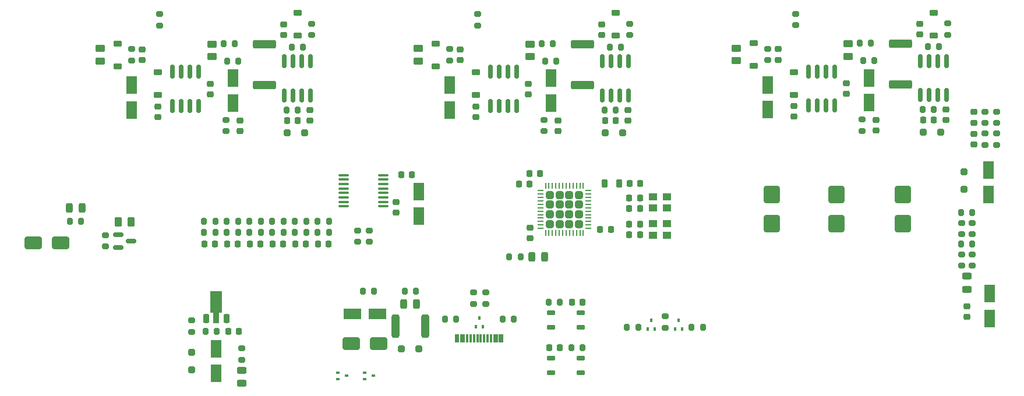
<source format=gbr>
%TF.GenerationSoftware,KiCad,Pcbnew,9.0.2*%
%TF.CreationDate,2025-05-19T15:19:16+02:00*%
%TF.ProjectId,ESC-TFG-KiCad,4553432d-5446-4472-9d4b-694361642e6b,v1.0*%
%TF.SameCoordinates,Original*%
%TF.FileFunction,Paste,Top*%
%TF.FilePolarity,Positive*%
%FSLAX46Y46*%
G04 Gerber Fmt 4.6, Leading zero omitted, Abs format (unit mm)*
G04 Created by KiCad (PCBNEW 9.0.2) date 2025-05-19 15:19:16*
%MOMM*%
%LPD*%
G01*
G04 APERTURE LIST*
G04 Aperture macros list*
%AMRoundRect*
0 Rectangle with rounded corners*
0 $1 Rounding radius*
0 $2 $3 $4 $5 $6 $7 $8 $9 X,Y pos of 4 corners*
0 Add a 4 corners polygon primitive as box body*
4,1,4,$2,$3,$4,$5,$6,$7,$8,$9,$2,$3,0*
0 Add four circle primitives for the rounded corners*
1,1,$1+$1,$2,$3*
1,1,$1+$1,$4,$5*
1,1,$1+$1,$6,$7*
1,1,$1+$1,$8,$9*
0 Add four rect primitives between the rounded corners*
20,1,$1+$1,$2,$3,$4,$5,0*
20,1,$1+$1,$4,$5,$6,$7,0*
20,1,$1+$1,$6,$7,$8,$9,0*
20,1,$1+$1,$8,$9,$2,$3,0*%
%AMFreePoly0*
4,1,9,3.862500,-0.866500,0.737500,-0.866500,0.737500,-0.450000,-0.737500,-0.450000,-0.737500,0.450000,0.737500,0.450000,0.737500,0.866500,3.862500,0.866500,3.862500,-0.866500,3.862500,-0.866500,$1*%
G04 Aperture macros list end*
%ADD10RoundRect,0.225000X0.250000X-0.225000X0.250000X0.225000X-0.250000X0.225000X-0.250000X-0.225000X0*%
%ADD11RoundRect,0.200000X0.200000X0.275000X-0.200000X0.275000X-0.200000X-0.275000X0.200000X-0.275000X0*%
%ADD12RoundRect,0.225000X-0.250000X0.225000X-0.250000X-0.225000X0.250000X-0.225000X0.250000X0.225000X0*%
%ADD13RoundRect,0.200000X-0.200000X-0.275000X0.200000X-0.275000X0.200000X0.275000X-0.200000X0.275000X0*%
%ADD14RoundRect,0.225000X-0.225000X-0.250000X0.225000X-0.250000X0.225000X0.250000X-0.225000X0.250000X0*%
%ADD15RoundRect,0.200000X0.275000X-0.200000X0.275000X0.200000X-0.275000X0.200000X-0.275000X-0.200000X0*%
%ADD16RoundRect,0.243750X0.456250X-0.243750X0.456250X0.243750X-0.456250X0.243750X-0.456250X-0.243750X0*%
%ADD17RoundRect,0.250000X0.450000X-0.262500X0.450000X0.262500X-0.450000X0.262500X-0.450000X-0.262500X0*%
%ADD18RoundRect,0.243750X-0.243750X-0.456250X0.243750X-0.456250X0.243750X0.456250X-0.243750X0.456250X0*%
%ADD19RoundRect,0.097500X-0.502500X-0.227500X0.502500X-0.227500X0.502500X0.227500X-0.502500X0.227500X0*%
%ADD20RoundRect,0.225000X0.225000X-0.425000X0.225000X0.425000X-0.225000X0.425000X-0.225000X-0.425000X0*%
%ADD21FreePoly0,90.000000*%
%ADD22RoundRect,0.250000X0.550000X-1.050000X0.550000X1.050000X-0.550000X1.050000X-0.550000X-1.050000X0*%
%ADD23RoundRect,0.218750X0.218750X0.381250X-0.218750X0.381250X-0.218750X-0.381250X0.218750X-0.381250X0*%
%ADD24RoundRect,0.200000X-0.275000X0.200000X-0.275000X-0.200000X0.275000X-0.200000X0.275000X0.200000X0*%
%ADD25RoundRect,0.250000X-0.250000X0.250000X-0.250000X-0.250000X0.250000X-0.250000X0.250000X0.250000X0*%
%ADD26RoundRect,0.250000X0.315000X0.315000X-0.315000X0.315000X-0.315000X-0.315000X0.315000X-0.315000X0*%
%ADD27RoundRect,0.062500X0.375000X0.062500X-0.375000X0.062500X-0.375000X-0.062500X0.375000X-0.062500X0*%
%ADD28RoundRect,0.062500X0.062500X0.375000X-0.062500X0.375000X-0.062500X-0.375000X0.062500X-0.375000X0*%
%ADD29RoundRect,0.225000X0.375000X-0.225000X0.375000X0.225000X-0.375000X0.225000X-0.375000X-0.225000X0*%
%ADD30RoundRect,0.100000X-0.637500X-0.100000X0.637500X-0.100000X0.637500X0.100000X-0.637500X0.100000X0*%
%ADD31RoundRect,0.243750X0.243750X0.456250X-0.243750X0.456250X-0.243750X-0.456250X0.243750X-0.456250X0*%
%ADD32RoundRect,0.250000X-0.550000X1.050000X-0.550000X-1.050000X0.550000X-1.050000X0.550000X1.050000X0*%
%ADD33RoundRect,0.250000X-0.250000X-0.250000X0.250000X-0.250000X0.250000X0.250000X-0.250000X0.250000X0*%
%ADD34RoundRect,0.250000X0.312500X1.450000X-0.312500X1.450000X-0.312500X-1.450000X0.312500X-1.450000X0*%
%ADD35R,0.300000X1.150000*%
%ADD36RoundRect,0.225000X0.225000X0.250000X-0.225000X0.250000X-0.225000X-0.250000X0.225000X-0.250000X0*%
%ADD37R,1.300000X1.100000*%
%ADD38RoundRect,0.100000X0.155000X0.100000X-0.155000X0.100000X-0.155000X-0.100000X0.155000X-0.100000X0*%
%ADD39RoundRect,0.150000X-0.587500X-0.150000X0.587500X-0.150000X0.587500X0.150000X-0.587500X0.150000X0*%
%ADD40RoundRect,0.250000X-0.450000X0.262500X-0.450000X-0.262500X0.450000X-0.262500X0.450000X0.262500X0*%
%ADD41RoundRect,0.150000X0.150000X-0.825000X0.150000X0.825000X-0.150000X0.825000X-0.150000X-0.825000X0*%
%ADD42RoundRect,0.225000X-0.375000X0.225000X-0.375000X-0.225000X0.375000X-0.225000X0.375000X0.225000X0*%
%ADD43RoundRect,0.250000X-0.900000X1.000000X-0.900000X-1.000000X0.900000X-1.000000X0.900000X1.000000X0*%
%ADD44RoundRect,0.250000X-1.425000X0.362500X-1.425000X-0.362500X1.425000X-0.362500X1.425000X0.362500X0*%
%ADD45RoundRect,0.250000X0.262500X0.450000X-0.262500X0.450000X-0.262500X-0.450000X0.262500X-0.450000X0*%
%ADD46RoundRect,0.250000X-1.000000X-0.650000X1.000000X-0.650000X1.000000X0.650000X-1.000000X0.650000X0*%
%ADD47RoundRect,0.250000X0.250000X0.250000X-0.250000X0.250000X-0.250000X-0.250000X0.250000X-0.250000X0*%
%ADD48RoundRect,0.100000X-0.100000X0.155000X-0.100000X-0.155000X0.100000X-0.155000X0.100000X0.155000X0*%
%ADD49RoundRect,0.150000X-0.150000X0.825000X-0.150000X-0.825000X0.150000X-0.825000X0.150000X0.825000X0*%
%ADD50RoundRect,0.250000X0.250000X-0.250000X0.250000X0.250000X-0.250000X0.250000X-0.250000X-0.250000X0*%
%ADD51RoundRect,0.250000X-1.050000X-0.550000X1.050000X-0.550000X1.050000X0.550000X-1.050000X0.550000X0*%
%ADD52RoundRect,0.250000X1.000000X0.650000X-1.000000X0.650000X-1.000000X-0.650000X1.000000X-0.650000X0*%
G04 APERTURE END LIST*
D10*
%TO.C,C7*%
X151806000Y-97912000D03*
X151806000Y-96362000D03*
%TD*%
D11*
%TO.C,R41*%
X118024000Y-79229000D03*
X116374000Y-79229000D03*
%TD*%
%TO.C,R12*%
X167478800Y-110855000D03*
X165828800Y-110855000D03*
%TD*%
D12*
%TO.C,C41*%
X165967000Y-79216000D03*
X165967000Y-80766000D03*
%TD*%
%TO.C,C51*%
X212195000Y-79160000D03*
X212195000Y-80710000D03*
%TD*%
D13*
%TO.C,R70*%
X110976980Y-95424000D03*
X112626980Y-95424000D03*
%TD*%
D14*
%TO.C,C16*%
X133062000Y-88693000D03*
X134612000Y-88693000D03*
%TD*%
D15*
%TO.C,R23*%
X90055000Y-99109000D03*
X90055000Y-97459000D03*
%TD*%
D16*
%TO.C,D8*%
X109834000Y-118967500D03*
X109834000Y-117092500D03*
%TD*%
D17*
%TO.C,R54*%
X181715000Y-72084501D03*
X181715000Y-70259501D03*
%TD*%
D18*
%TO.C,D15*%
X84766500Y-93519000D03*
X86641500Y-93519000D03*
%TD*%
D11*
%TO.C,R3*%
X216069000Y-94198000D03*
X214419000Y-94198000D03*
%TD*%
D19*
%TO.C,SW2*%
X159101000Y-110850000D03*
X159101000Y-108700000D03*
X154801000Y-110850000D03*
X154801000Y-108700000D03*
%TD*%
D20*
%TO.C,U1*%
X104651000Y-109566000D03*
D21*
X106151000Y-109478500D03*
D20*
X107651000Y-109566000D03*
%TD*%
D22*
%TO.C,C23*%
X93831000Y-79251000D03*
X93831000Y-75651000D03*
%TD*%
D23*
%TO.C,L1*%
X164744500Y-89963000D03*
X162619500Y-89963000D03*
%TD*%
D11*
%TO.C,R63*%
X210480000Y-79173000D03*
X208830000Y-79173000D03*
%TD*%
D24*
%TO.C,R24*%
X109834000Y-113903000D03*
X109834000Y-115553000D03*
%TD*%
D22*
%TO.C,C47*%
X201019000Y-78179000D03*
X201019000Y-74579000D03*
%TD*%
D11*
%TO.C,R48*%
X155108000Y-69577001D03*
X153458000Y-69577001D03*
%TD*%
D25*
%TO.C,D2*%
X214863000Y-88249000D03*
X214863000Y-90749000D03*
%TD*%
D26*
%TO.C,U3*%
X158859000Y-95808000D03*
X158859000Y-94408000D03*
X158859000Y-93008000D03*
X158859000Y-91608000D03*
X157459000Y-95808000D03*
X157459000Y-94408000D03*
X157459000Y-93008000D03*
X157459000Y-91608000D03*
X156059000Y-95808000D03*
X156059000Y-94408000D03*
X156059000Y-93008000D03*
X156059000Y-91608000D03*
X154659000Y-95808000D03*
X154659000Y-94408000D03*
X154659000Y-93008000D03*
X154659000Y-91608000D03*
D27*
X160196500Y-96458000D03*
X160196500Y-95958000D03*
X160196500Y-95458000D03*
X160196500Y-94958000D03*
X160196500Y-94458000D03*
X160196500Y-93958000D03*
X160196500Y-93458000D03*
X160196500Y-92958000D03*
X160196500Y-92458000D03*
X160196500Y-91958000D03*
X160196500Y-91458000D03*
X160196500Y-90958000D03*
D28*
X159509000Y-90270500D03*
X159009000Y-90270500D03*
X158509000Y-90270500D03*
X158009000Y-90270500D03*
X157509000Y-90270500D03*
X157009000Y-90270500D03*
X156509000Y-90270500D03*
X156009000Y-90270500D03*
X155509000Y-90270500D03*
X155009000Y-90270500D03*
X154509000Y-90270500D03*
X154009000Y-90270500D03*
D27*
X153321500Y-90958000D03*
X153321500Y-91458000D03*
X153321500Y-91958000D03*
X153321500Y-92458000D03*
X153321500Y-92958000D03*
X153321500Y-93458000D03*
X153321500Y-93958000D03*
X153321500Y-94458000D03*
X153321500Y-94958000D03*
X153321500Y-95458000D03*
X153321500Y-95958000D03*
X153321500Y-96458000D03*
D28*
X154009000Y-97145500D03*
X154509000Y-97145500D03*
X155009000Y-97145500D03*
X155509000Y-97145500D03*
X156009000Y-97145500D03*
X156509000Y-97145500D03*
X157009000Y-97145500D03*
X157509000Y-97145500D03*
X158009000Y-97145500D03*
X158509000Y-97145500D03*
X159009000Y-97145500D03*
X159509000Y-97145500D03*
%TD*%
D29*
%TO.C,D28*%
X184255000Y-72822001D03*
X184255000Y-69522001D03*
%TD*%
D30*
%TO.C,U4*%
X124685000Y-88704000D03*
X124685000Y-89354000D03*
X124685000Y-90004000D03*
X124685000Y-90654000D03*
X124685000Y-91304000D03*
X124685000Y-91954000D03*
X124685000Y-92604000D03*
X124685000Y-93254000D03*
X130410000Y-93254000D03*
X130410000Y-92604000D03*
X130410000Y-91954000D03*
X130410000Y-91304000D03*
X130410000Y-90654000D03*
X130410000Y-90004000D03*
X130410000Y-89354000D03*
X130410000Y-88704000D03*
%TD*%
D15*
%TO.C,R49*%
X153775000Y-82340000D03*
X153775000Y-80690000D03*
%TD*%
D13*
%TO.C,R30*%
X133520000Y-105584000D03*
X135170000Y-105584000D03*
%TD*%
D15*
%TO.C,R42*%
X140059000Y-72053001D03*
X140059000Y-70403001D03*
%TD*%
%TO.C,R47*%
X166221000Y-68370001D03*
X166221000Y-66720001D03*
%TD*%
D29*
%TO.C,D25*%
X164189000Y-68433001D03*
X164189000Y-65133001D03*
%TD*%
D12*
%TO.C,C24*%
X97641000Y-78708000D03*
X97641000Y-80258000D03*
%TD*%
D24*
%TO.C,R7*%
X216006000Y-95659000D03*
X216006000Y-97309000D03*
%TD*%
D31*
%TO.C,D9*%
X153867000Y-100628000D03*
X151992000Y-100628000D03*
%TD*%
D32*
%TO.C,C2*%
X106151000Y-113944000D03*
X106151000Y-117544000D03*
%TD*%
D10*
%TO.C,C26*%
X95355000Y-72003000D03*
X95355000Y-70453000D03*
%TD*%
D24*
%TO.C,R18*%
X219562000Y-79486000D03*
X219562000Y-81136000D03*
%TD*%
D11*
%TO.C,R52*%
X164252000Y-79229000D03*
X162602000Y-79229000D03*
%TD*%
D33*
%TO.C,D26*%
X162685000Y-82531000D03*
X165185000Y-82531000D03*
%TD*%
D11*
%TO.C,R69*%
X115928980Y-97075000D03*
X114278980Y-97075000D03*
%TD*%
D34*
%TO.C,F1*%
X136482500Y-110664000D03*
X132207500Y-110664000D03*
%TD*%
D12*
%TO.C,C3*%
X215244000Y-107774000D03*
X215244000Y-109324000D03*
%TD*%
D35*
%TO.C,J2*%
X141003000Y-112486000D03*
X141803000Y-112486000D03*
X143103000Y-112486000D03*
X144103000Y-112486000D03*
X144603000Y-112486000D03*
X145603000Y-112486000D03*
X146903000Y-112486000D03*
X147703000Y-112486000D03*
X147403000Y-112486000D03*
X146603000Y-112486000D03*
X146103000Y-112486000D03*
X145103000Y-112486000D03*
X143603000Y-112486000D03*
X142603000Y-112486000D03*
X142103000Y-112486000D03*
X141303000Y-112486000D03*
%TD*%
D11*
%TO.C,R40*%
X118786000Y-70085000D03*
X117136000Y-70085000D03*
%TD*%
%TO.C,R1*%
X106214000Y-111426000D03*
X104564000Y-111426000D03*
%TD*%
D36*
%TO.C,C53*%
X105972980Y-98726000D03*
X104422980Y-98726000D03*
%TD*%
D14*
%TO.C,C13*%
X166195000Y-93581000D03*
X167745000Y-93581000D03*
%TD*%
%TO.C,C1*%
X107916000Y-111426000D03*
X109466000Y-111426000D03*
%TD*%
D11*
%TO.C,R68*%
X112626980Y-97075000D03*
X110976980Y-97075000D03*
%TD*%
D32*
%TO.C,C4*%
X218546000Y-105965000D03*
X218546000Y-109565000D03*
%TD*%
D24*
%TO.C,R20*%
X128372500Y-96758000D03*
X128372500Y-98408000D03*
%TD*%
%TO.C,R13*%
X171378200Y-109268000D03*
X171378200Y-110918000D03*
%TD*%
D13*
%TO.C,R74*%
X117580980Y-95424000D03*
X119230980Y-95424000D03*
%TD*%
D14*
%TO.C,C52*%
X208880000Y-80697000D03*
X210430000Y-80697000D03*
%TD*%
D12*
%TO.C,C34*%
X143869000Y-78708000D03*
X143869000Y-80258000D03*
%TD*%
D29*
%TO.C,D18*%
X91799000Y-72878000D03*
X91799000Y-69578000D03*
%TD*%
D10*
%TO.C,C36*%
X141583000Y-72003001D03*
X141583000Y-70453001D03*
%TD*%
D37*
%TO.C,Y1*%
X169603000Y-93517000D03*
X171703000Y-93517000D03*
X171703000Y-91867000D03*
X169603000Y-91867000D03*
%TD*%
D13*
%TO.C,R29*%
X127424000Y-105584000D03*
X129074000Y-105584000D03*
%TD*%
D11*
%TO.C,R73*%
X122532980Y-97075000D03*
X120882980Y-97075000D03*
%TD*%
D24*
%TO.C,R21*%
X126721500Y-96758000D03*
X126721500Y-98408000D03*
%TD*%
D38*
%TO.C,D7*%
X127731000Y-117403000D03*
X127731000Y-118403000D03*
X129021000Y-117903000D03*
%TD*%
D11*
%TO.C,R34*%
X109388000Y-72117000D03*
X107738000Y-72117000D03*
%TD*%
D39*
%TO.C,Q1*%
X91911500Y-97334000D03*
X91911500Y-99234000D03*
X93786500Y-98284000D03*
%TD*%
D11*
%TO.C,R64*%
X106022980Y-97075000D03*
X104372980Y-97075000D03*
%TD*%
%TO.C,R37*%
X108880000Y-69577000D03*
X107230000Y-69577000D03*
%TD*%
%TO.C,R56*%
X201844000Y-72061001D03*
X200194000Y-72061001D03*
%TD*%
D13*
%TO.C,R14*%
X175226800Y-110855000D03*
X176876800Y-110855000D03*
%TD*%
D37*
%TO.C,Y2*%
X169603000Y-97454000D03*
X171703000Y-97454000D03*
X171703000Y-95804000D03*
X169603000Y-95804000D03*
%TD*%
D40*
%TO.C,R57*%
X197971000Y-69624501D03*
X197971000Y-71449501D03*
%TD*%
D32*
%TO.C,C17*%
X135615000Y-91084000D03*
X135615000Y-94684000D03*
%TD*%
D10*
%TO.C,C48*%
X197717000Y-76900000D03*
X197717000Y-75350000D03*
%TD*%
D15*
%TO.C,R55*%
X190351000Y-66917001D03*
X190351000Y-65267001D03*
%TD*%
D22*
%TO.C,C27*%
X108563000Y-78235000D03*
X108563000Y-74635000D03*
%TD*%
D12*
%TO.C,C12*%
X216260000Y-82711000D03*
X216260000Y-84261000D03*
%TD*%
D41*
%TO.C,U5*%
X99800000Y-78656000D03*
X101070000Y-78656000D03*
X102340000Y-78656000D03*
X103610000Y-78656000D03*
X103610000Y-73706000D03*
X102340000Y-73706000D03*
X101070000Y-73706000D03*
X99800000Y-73706000D03*
%TD*%
D29*
%TO.C,D23*%
X138027000Y-72878001D03*
X138027000Y-69578001D03*
%TD*%
D11*
%TO.C,R45*%
X155616000Y-72117001D03*
X153966000Y-72117001D03*
%TD*%
D40*
%TO.C,R46*%
X151743000Y-69680501D03*
X151743000Y-71505501D03*
%TD*%
D36*
%TO.C,C20*%
X153216000Y-88501000D03*
X151666000Y-88501000D03*
%TD*%
D11*
%TO.C,R62*%
X211242000Y-70029001D03*
X209592000Y-70029001D03*
%TD*%
D36*
%TO.C,C9*%
X151692000Y-90025000D03*
X150142000Y-90025000D03*
%TD*%
D15*
%TO.C,R36*%
X119993000Y-68370000D03*
X119993000Y-66720000D03*
%TD*%
D36*
%TO.C,C54*%
X109274980Y-98726000D03*
X107724980Y-98726000D03*
%TD*%
D14*
%TO.C,C6*%
X154525000Y-113839000D03*
X156075000Y-113839000D03*
%TD*%
D24*
%TO.C,R15*%
X217911000Y-82661000D03*
X217911000Y-84311000D03*
%TD*%
D36*
%TO.C,C11*%
X159377000Y-107235000D03*
X157827000Y-107235000D03*
%TD*%
D15*
%TO.C,R53*%
X186287000Y-71997001D03*
X186287000Y-70347001D03*
%TD*%
D42*
%TO.C,D22*%
X143869000Y-73769000D03*
X143869000Y-77069000D03*
%TD*%
D15*
%TO.C,R60*%
X200003000Y-82284000D03*
X200003000Y-80634000D03*
%TD*%
D19*
%TO.C,SW1*%
X159101000Y-117454000D03*
X159101000Y-115304000D03*
X154801000Y-117454000D03*
X154801000Y-115304000D03*
%TD*%
D24*
%TO.C,R4*%
X214482000Y-95659000D03*
X214482000Y-97309000D03*
%TD*%
D12*
%TO.C,C44*%
X190097000Y-78652000D03*
X190097000Y-80202000D03*
%TD*%
D43*
%TO.C,D24*%
X196321000Y-91496000D03*
X196321000Y-95796000D03*
%TD*%
D15*
%TO.C,R6*%
X102595000Y-111489000D03*
X102595000Y-109839000D03*
%TD*%
D14*
%TO.C,C19*%
X166195000Y-95867000D03*
X167745000Y-95867000D03*
%TD*%
D16*
%TO.C,D10*%
X215244000Y-105295500D03*
X215244000Y-103420500D03*
%TD*%
D29*
%TO.C,D20*%
X117961000Y-68433000D03*
X117961000Y-65133000D03*
%TD*%
D36*
%TO.C,C58*%
X122482980Y-98726000D03*
X120932980Y-98726000D03*
%TD*%
D11*
%TO.C,R51*%
X165014000Y-70085001D03*
X163364000Y-70085001D03*
%TD*%
D24*
%TO.C,R27*%
X214482000Y-100231000D03*
X214482000Y-101881000D03*
%TD*%
D12*
%TO.C,C15*%
X216260000Y-79536000D03*
X216260000Y-81086000D03*
%TD*%
%TO.C,C39*%
X155807000Y-80740000D03*
X155807000Y-82290000D03*
%TD*%
D14*
%TO.C,C18*%
X166195000Y-97391000D03*
X167745000Y-97391000D03*
%TD*%
D22*
%TO.C,C33*%
X140059000Y-79251000D03*
X140059000Y-75651000D03*
%TD*%
D12*
%TO.C,C21*%
X132313000Y-92617000D03*
X132313000Y-94167000D03*
%TD*%
D15*
%TO.C,R44*%
X144123000Y-66973001D03*
X144123000Y-65323001D03*
%TD*%
D44*
%TO.C,R39*%
X113135000Y-69662500D03*
X113135000Y-75587500D03*
%TD*%
D11*
%TO.C,R72*%
X119230980Y-97075000D03*
X117580980Y-97075000D03*
%TD*%
D45*
%TO.C,R22*%
X93761500Y-95490000D03*
X91936500Y-95490000D03*
%TD*%
D13*
%TO.C,R5*%
X214419000Y-98770000D03*
X216069000Y-98770000D03*
%TD*%
D24*
%TO.C,R17*%
X145292400Y-105775000D03*
X145292400Y-107425000D03*
%TD*%
D10*
%TO.C,C30*%
X115929000Y-68320000D03*
X115929000Y-66770000D03*
%TD*%
D12*
%TO.C,C49*%
X202035000Y-80684000D03*
X202035000Y-82234000D03*
%TD*%
D11*
%TO.C,R65*%
X109324980Y-97075000D03*
X107674980Y-97075000D03*
%TD*%
D18*
%TO.C,D16*%
X133407500Y-107489000D03*
X135282500Y-107489000D03*
%TD*%
D13*
%TO.C,R8*%
X154475000Y-107235000D03*
X156125000Y-107235000D03*
%TD*%
D15*
%TO.C,R31*%
X93831000Y-72053000D03*
X93831000Y-70403000D03*
%TD*%
%TO.C,R19*%
X217911000Y-81136000D03*
X217911000Y-79486000D03*
%TD*%
D44*
%TO.C,R61*%
X205591000Y-69606501D03*
X205591000Y-75531501D03*
%TD*%
D36*
%TO.C,C56*%
X115878980Y-98726000D03*
X114328980Y-98726000D03*
%TD*%
D13*
%TO.C,R66*%
X104372980Y-95424000D03*
X106022980Y-95424000D03*
%TD*%
D41*
%TO.C,U9*%
X192256000Y-78600000D03*
X193526000Y-78600000D03*
X194796000Y-78600000D03*
X196066000Y-78600000D03*
X196066000Y-73650000D03*
X194796000Y-73650000D03*
X193526000Y-73650000D03*
X192256000Y-73650000D03*
%TD*%
D11*
%TO.C,R2*%
X159427000Y-113839000D03*
X157777000Y-113839000D03*
%TD*%
D33*
%TO.C,D21*%
X116457000Y-82531000D03*
X118957000Y-82531000D03*
%TD*%
D41*
%TO.C,U7*%
X146028000Y-78656000D03*
X147298000Y-78656000D03*
X148568000Y-78656000D03*
X149838000Y-78656000D03*
X149838000Y-73706000D03*
X148568000Y-73706000D03*
X147298000Y-73706000D03*
X146028000Y-73706000D03*
%TD*%
D11*
%TO.C,R59*%
X201336000Y-69521001D03*
X199686000Y-69521001D03*
%TD*%
D44*
%TO.C,R50*%
X159363000Y-69662501D03*
X159363000Y-75587501D03*
%TD*%
D22*
%TO.C,C37*%
X154791000Y-78235000D03*
X154791000Y-74635000D03*
%TD*%
D15*
%TO.C,R33*%
X97895000Y-66973000D03*
X97895000Y-65323000D03*
%TD*%
D13*
%TO.C,R28*%
X84879000Y-95424000D03*
X86529000Y-95424000D03*
%TD*%
D10*
%TO.C,C28*%
X105261000Y-76956000D03*
X105261000Y-75406000D03*
%TD*%
D15*
%TO.C,R38*%
X107547000Y-82340000D03*
X107547000Y-80690000D03*
%TD*%
D22*
%TO.C,C43*%
X186287000Y-79195000D03*
X186287000Y-75595000D03*
%TD*%
D17*
%TO.C,R32*%
X89259000Y-72140500D03*
X89259000Y-70315500D03*
%TD*%
D15*
%TO.C,R26*%
X216006000Y-101881000D03*
X216006000Y-100231000D03*
%TD*%
D14*
%TO.C,C14*%
X166195000Y-92057000D03*
X167745000Y-92057000D03*
%TD*%
D12*
%TO.C,C31*%
X119739000Y-79216000D03*
X119739000Y-80766000D03*
%TD*%
D46*
%TO.C,D11*%
X125741000Y-113204000D03*
X129741000Y-113204000D03*
%TD*%
D13*
%TO.C,R67*%
X107674980Y-95424000D03*
X109324980Y-95424000D03*
%TD*%
%TO.C,R9*%
X139362000Y-109648000D03*
X141012000Y-109648000D03*
%TD*%
D17*
%TO.C,R43*%
X135487000Y-72140501D03*
X135487000Y-70315501D03*
%TD*%
D24*
%TO.C,R16*%
X143514400Y-105775000D03*
X143514400Y-107425000D03*
%TD*%
D10*
%TO.C,C46*%
X187811000Y-71947001D03*
X187811000Y-70397001D03*
%TD*%
D14*
%TO.C,C32*%
X116424000Y-80753000D03*
X117974000Y-80753000D03*
%TD*%
D47*
%TO.C,D13*%
X135595000Y-113966000D03*
X133095000Y-113966000D03*
%TD*%
D48*
%TO.C,D4*%
X172859400Y-111093600D03*
X173859400Y-111093600D03*
X173359400Y-109803600D03*
%TD*%
D14*
%TO.C,C10*%
X166209000Y-89963000D03*
X167759000Y-89963000D03*
%TD*%
D22*
%TO.C,C5*%
X218419000Y-91553000D03*
X218419000Y-87953000D03*
%TD*%
D49*
%TO.C,U6*%
X119866000Y-72182000D03*
X118596000Y-72182000D03*
X117326000Y-72182000D03*
X116056000Y-72182000D03*
X116056000Y-77132000D03*
X117326000Y-77132000D03*
X118596000Y-77132000D03*
X119866000Y-77132000D03*
%TD*%
D14*
%TO.C,C8*%
X161953000Y-96629000D03*
X163503000Y-96629000D03*
%TD*%
D50*
%TO.C,D1*%
X102595000Y-116994000D03*
X102595000Y-114494000D03*
%TD*%
D11*
%TO.C,R11*%
X149394000Y-109648000D03*
X147744000Y-109648000D03*
%TD*%
D12*
%TO.C,C29*%
X109579000Y-80740000D03*
X109579000Y-82290000D03*
%TD*%
D40*
%TO.C,R35*%
X105515000Y-69680500D03*
X105515000Y-71505500D03*
%TD*%
D51*
%TO.C,C22*%
X125941000Y-108886000D03*
X129541000Y-108886000D03*
%TD*%
D43*
%TO.C,D29*%
X186923000Y-91496000D03*
X186923000Y-95796000D03*
%TD*%
D10*
%TO.C,C38*%
X151489000Y-76956000D03*
X151489000Y-75406000D03*
%TD*%
D13*
%TO.C,R25*%
X148754000Y-100628000D03*
X150404000Y-100628000D03*
%TD*%
D49*
%TO.C,U10*%
X212322000Y-72126000D03*
X211052000Y-72126000D03*
X209782000Y-72126000D03*
X208512000Y-72126000D03*
X208512000Y-77076000D03*
X209782000Y-77076000D03*
X211052000Y-77076000D03*
X212322000Y-77076000D03*
%TD*%
D24*
%TO.C,R10*%
X219562000Y-82661000D03*
X219562000Y-84311000D03*
%TD*%
D13*
%TO.C,R71*%
X114278980Y-95424000D03*
X115928980Y-95424000D03*
%TD*%
D36*
%TO.C,C55*%
X112576980Y-98726000D03*
X111026980Y-98726000D03*
%TD*%
%TO.C,C57*%
X119180980Y-98726000D03*
X117630980Y-98726000D03*
%TD*%
D49*
%TO.C,U8*%
X166094000Y-72182000D03*
X164824000Y-72182000D03*
X163554000Y-72182000D03*
X162284000Y-72182000D03*
X162284000Y-77132000D03*
X163554000Y-77132000D03*
X164824000Y-77132000D03*
X166094000Y-77132000D03*
%TD*%
D10*
%TO.C,C50*%
X208385000Y-68264001D03*
X208385000Y-66714001D03*
%TD*%
D38*
%TO.C,D6*%
X123794000Y-117403000D03*
X123794000Y-118403000D03*
X125084000Y-117903000D03*
%TD*%
D29*
%TO.C,D30*%
X210417000Y-68377001D03*
X210417000Y-65077001D03*
%TD*%
D42*
%TO.C,D27*%
X190097000Y-73713000D03*
X190097000Y-77013000D03*
%TD*%
D48*
%TO.C,D5*%
X143878000Y-110775600D03*
X144878000Y-110775600D03*
X144378000Y-109485600D03*
%TD*%
D15*
%TO.C,R58*%
X212449000Y-68314001D03*
X212449000Y-66664001D03*
%TD*%
D52*
%TO.C,D14*%
X83513000Y-98599000D03*
X79513000Y-98599000D03*
%TD*%
D48*
%TO.C,D3*%
X168846200Y-111093600D03*
X169846200Y-111093600D03*
X169346200Y-109803600D03*
%TD*%
D43*
%TO.C,D19*%
X205973000Y-91496000D03*
X205973000Y-95796000D03*
%TD*%
D14*
%TO.C,C42*%
X162652000Y-80753000D03*
X164202000Y-80753000D03*
%TD*%
D33*
%TO.C,D31*%
X208913000Y-82475000D03*
X211413000Y-82475000D03*
%TD*%
D42*
%TO.C,D17*%
X97641000Y-73769000D03*
X97641000Y-77069000D03*
%TD*%
D10*
%TO.C,C40*%
X162157000Y-68320001D03*
X162157000Y-66770001D03*
%TD*%
D13*
%TO.C,R75*%
X120882980Y-95424000D03*
X122532980Y-95424000D03*
%TD*%
M02*

</source>
